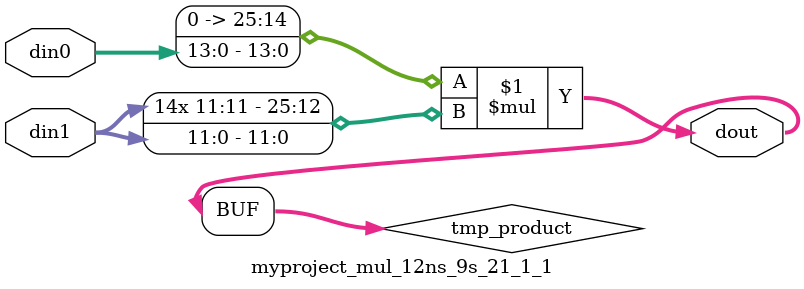
<source format=v>

`timescale 1 ns / 1 ps

 module myproject_mul_12ns_9s_21_1_1(din0, din1, dout);
parameter ID = 1;
parameter NUM_STAGE = 0;
parameter din0_WIDTH = 14;
parameter din1_WIDTH = 12;
parameter dout_WIDTH = 26;

input [din0_WIDTH - 1 : 0] din0; 
input [din1_WIDTH - 1 : 0] din1; 
output [dout_WIDTH - 1 : 0] dout;

wire signed [dout_WIDTH - 1 : 0] tmp_product;

























assign tmp_product = $signed({1'b0, din0}) * $signed(din1);










assign dout = tmp_product;





















endmodule

</source>
